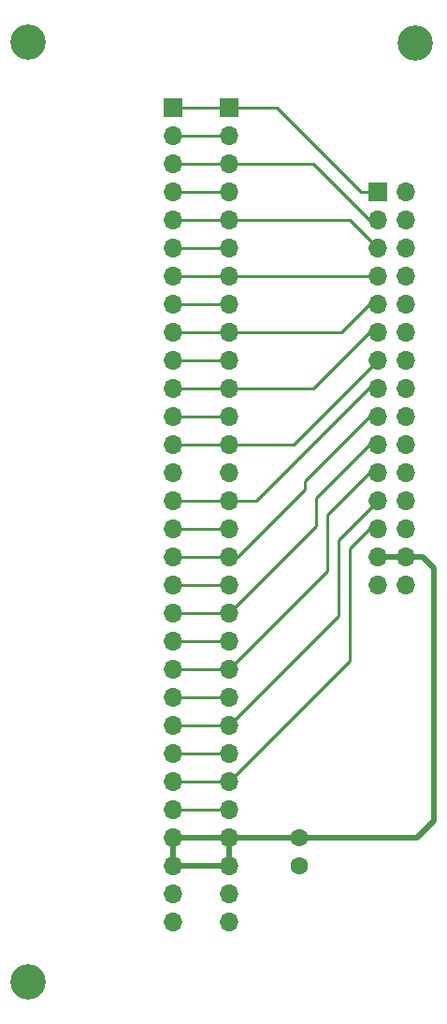
<source format=gbr>
%TF.GenerationSoftware,KiCad,Pcbnew,(5.99.0-7356-g63088e8bdb)*%
%TF.CreationDate,2021-06-15T12:34:33+08:00*%
%TF.ProjectId,AdapterCartdrigeProd,41646170-7465-4724-9361-727464726967,rev?*%
%TF.SameCoordinates,Original*%
%TF.FileFunction,Copper,L1,Top*%
%TF.FilePolarity,Positive*%
%FSLAX46Y46*%
G04 Gerber Fmt 4.6, Leading zero omitted, Abs format (unit mm)*
G04 Created by KiCad (PCBNEW (5.99.0-7356-g63088e8bdb)) date 2021-06-15 12:34:33*
%MOMM*%
%LPD*%
G01*
G04 APERTURE LIST*
%TA.AperFunction,ComponentPad*%
%ADD10C,3.200000*%
%TD*%
%TA.AperFunction,ComponentPad*%
%ADD11R,1.700000X1.700000*%
%TD*%
%TA.AperFunction,ComponentPad*%
%ADD12O,1.700000X1.700000*%
%TD*%
%TA.AperFunction,ComponentPad*%
%ADD13C,1.600000*%
%TD*%
%TA.AperFunction,Conductor*%
%ADD14C,0.500000*%
%TD*%
%TA.AperFunction,Conductor*%
%ADD15C,0.250000*%
%TD*%
G04 APERTURE END LIST*
D10*
%TO.P,H3,1,1*%
%TO.N,GND*%
X129000000Y-37100000D03*
%TD*%
%TO.P,H2,*%
%TO.N,GND*%
X94000000Y-122000000D03*
%TD*%
D11*
%TO.P,J1,1,Pin_1*%
%TO.N,/A14*%
X125603000Y-50546000D03*
D12*
%TO.P,J1,2,Pin_2*%
%TO.N,/A12*%
X128143000Y-50546000D03*
%TO.P,J1,3,Pin_3*%
%TO.N,/A7*%
X125603000Y-53086000D03*
%TO.P,J1,4,Pin_4*%
%TO.N,/A6*%
X128143000Y-53086000D03*
%TO.P,J1,5,Pin_5*%
%TO.N,/A5*%
X125603000Y-55626000D03*
%TO.P,J1,6,Pin_6*%
%TO.N,/A4*%
X128143000Y-55626000D03*
%TO.P,J1,7,Pin_7*%
%TO.N,/A3*%
X125603000Y-58166000D03*
%TO.P,J1,8,Pin_8*%
%TO.N,/A2*%
X128143000Y-58166000D03*
%TO.P,J1,9,Pin_9*%
%TO.N,/A1*%
X125603000Y-60706000D03*
%TO.P,J1,10,Pin_10*%
%TO.N,/A0*%
X128143000Y-60706000D03*
%TO.P,J1,11,Pin_11*%
%TO.N,/D0*%
X125603000Y-63246000D03*
%TO.P,J1,12,Pin_12*%
%TO.N,/D1*%
X128143000Y-63246000D03*
%TO.P,J1,13,Pin_13*%
%TO.N,/D2*%
X125603000Y-65786000D03*
%TO.P,J1,14,Pin_14*%
%TO.N,GND*%
X128143000Y-65786000D03*
%TO.P,J1,15,Pin_15*%
%TO.N,/D3*%
X125603000Y-68326000D03*
%TO.P,J1,16,Pin_16*%
%TO.N,/D4*%
X128143000Y-68326000D03*
%TO.P,J1,17,Pin_17*%
%TO.N,/D5*%
X125603000Y-70866000D03*
%TO.P,J1,18,Pin_18*%
%TO.N,/D6*%
X128143000Y-70866000D03*
%TO.P,J1,19,Pin_19*%
%TO.N,/D7*%
X125603000Y-73406000D03*
%TO.P,J1,20,Pin_20*%
%TO.N,CS*%
X128143000Y-73406000D03*
%TO.P,J1,21,Pin_21*%
%TO.N,/A10*%
X125603000Y-75946000D03*
%TO.P,J1,22,Pin_22*%
%TO.N,OE*%
X128143000Y-75946000D03*
%TO.P,J1,23,Pin_23*%
%TO.N,/A11*%
X125603000Y-78486000D03*
%TO.P,J1,24,Pin_24*%
%TO.N,/A9*%
X128143000Y-78486000D03*
%TO.P,J1,25,Pin_25*%
%TO.N,/A8*%
X125603000Y-81026000D03*
%TO.P,J1,26,Pin_26*%
%TO.N,/A13*%
X128143000Y-81026000D03*
%TO.P,J1,27,Pin_27*%
%TO.N,+5V*%
X125603000Y-83566000D03*
%TO.P,J1,28,Pin_28*%
X128143000Y-83566000D03*
%TO.P,J1,29,Pin_29*%
%TO.N,GND*%
X125603000Y-86106000D03*
%TO.P,J1,30,Pin_30*%
X128143000Y-86106000D03*
%TD*%
D10*
%TO.P,H1,*%
%TO.N,GND*%
X94000000Y-37000000D03*
%TD*%
D13*
%TO.P,C1,1*%
%TO.N,+5V*%
X118553798Y-108966000D03*
%TO.P,C1,2*%
%TO.N,GND*%
X118553798Y-111466000D03*
%TD*%
D11*
%TO.P,U1,1,A14*%
%TO.N,/A14*%
X112141000Y-42926000D03*
X107061000Y-42926000D03*
D12*
%TO.P,U1,2,A12*%
%TO.N,/A12*%
X107061000Y-45466000D03*
X112141000Y-45466000D03*
%TO.P,U1,3,A7*%
%TO.N,/A7*%
X112141000Y-48006000D03*
X107061000Y-48006000D03*
%TO.P,U1,4,A6*%
%TO.N,/A6*%
X112141000Y-50546000D03*
X107061000Y-50546000D03*
%TO.P,U1,5,A5*%
%TO.N,/A5*%
X107061000Y-53086000D03*
X112141000Y-53086000D03*
%TO.P,U1,6,A4*%
%TO.N,/A4*%
X107061000Y-55626000D03*
X112141000Y-55626000D03*
%TO.P,U1,7,A3*%
%TO.N,/A3*%
X107061000Y-58166000D03*
X112141000Y-58166000D03*
%TO.P,U1,8,A2*%
%TO.N,/A2*%
X107061000Y-60706000D03*
X112141000Y-60706000D03*
%TO.P,U1,9,A1*%
%TO.N,/A1*%
X107061000Y-63246000D03*
X112141000Y-63246000D03*
%TO.P,U1,10,A0*%
%TO.N,/A0*%
X107061000Y-65786000D03*
X112141000Y-65786000D03*
%TO.P,U1,11,D0*%
%TO.N,/D0*%
X107061000Y-68326000D03*
X112141000Y-68326000D03*
%TO.P,U1,12,D1*%
%TO.N,/D1*%
X112141000Y-70866000D03*
X107061000Y-70866000D03*
%TO.P,U1,13,D2*%
%TO.N,/D2*%
X107061000Y-73406000D03*
X112141000Y-73406000D03*
%TO.P,U1,14,GND*%
%TO.N,GND*%
X107061000Y-75946000D03*
X112141000Y-75946000D03*
%TO.P,U1,15,D3*%
%TO.N,/D3*%
X112141000Y-78486000D03*
X107061000Y-78486000D03*
%TO.P,U1,16,D4*%
%TO.N,/D4*%
X112141000Y-81026000D03*
X107061000Y-81026000D03*
%TO.P,U1,17,D5*%
%TO.N,/D5*%
X107061000Y-83566000D03*
X112141000Y-83566000D03*
%TO.P,U1,18,D6*%
%TO.N,/D6*%
X112141000Y-86106000D03*
X107061000Y-86106000D03*
%TO.P,U1,19,D7*%
%TO.N,/D7*%
X112141000Y-88646000D03*
X107061000Y-88646000D03*
%TO.P,U1,20,~CS*%
%TO.N,CS*%
X107061000Y-91186000D03*
X112141000Y-91186000D03*
%TO.P,U1,21,A10*%
%TO.N,/A10*%
X112141000Y-93726000D03*
X107061000Y-93726000D03*
%TO.P,U1,22,~OE*%
%TO.N,OE*%
X107061000Y-96266000D03*
X112141000Y-96266000D03*
%TO.P,U1,23,A11*%
%TO.N,/A11*%
X107061000Y-98806000D03*
X112141000Y-98806000D03*
%TO.P,U1,24,A9*%
%TO.N,/A9*%
X107061000Y-101346000D03*
X112141000Y-101346000D03*
%TO.P,U1,25,A8*%
%TO.N,/A8*%
X107061000Y-103886000D03*
X112141000Y-103886000D03*
%TO.P,U1,26,A13*%
%TO.N,/A13*%
X107061000Y-106426000D03*
X112141000Y-106426000D03*
%TO.P,U1,27,~WE*%
%TO.N,+5V*%
X107061000Y-108966000D03*
X112141000Y-108966000D03*
%TO.P,U1,28,VCC*%
X107061000Y-111506000D03*
X112141000Y-111506000D03*
%TO.P,U1,29*%
%TO.N,GND*%
X112141000Y-114046000D03*
X107061000Y-114046000D03*
%TO.P,U1,30*%
X107061000Y-116586000D03*
X112141000Y-116586000D03*
%TD*%
D14*
%TO.N,+5V*%
X128143000Y-83566000D02*
X125603000Y-83566000D01*
X129159000Y-108966000D02*
X112141000Y-108966000D01*
X129667000Y-83566000D02*
X130683000Y-84582000D01*
X107061000Y-111506000D02*
X112141000Y-111506000D01*
X107061000Y-108966000D02*
X107061000Y-111506000D01*
X130683000Y-84582000D02*
X130683000Y-107442000D01*
X130683000Y-107442000D02*
X129159000Y-108966000D01*
X112141000Y-108966000D02*
X112141000Y-111506000D01*
X107061000Y-108966000D02*
X112141000Y-108966000D01*
X128143000Y-83566000D02*
X129667000Y-83566000D01*
D15*
%TO.N,/A13*%
X107061000Y-106426000D02*
X112141000Y-106426000D01*
%TO.N,/A8*%
X124841000Y-81026000D02*
X123063000Y-82804000D01*
X112141000Y-103886000D02*
X123063000Y-92964000D01*
X123063000Y-82804000D02*
X123063000Y-92964000D01*
X112141000Y-103886000D02*
X107061000Y-103886000D01*
X125603000Y-81026000D02*
X124841000Y-81026000D01*
%TO.N,/A9*%
X107061000Y-101346000D02*
X112141000Y-101346000D01*
%TO.N,/A11*%
X122047000Y-88900000D02*
X122047000Y-82042000D01*
X112141000Y-98806000D02*
X122047000Y-88900000D01*
X122047000Y-82042000D02*
X125603000Y-78486000D01*
X112141000Y-98806000D02*
X107061000Y-98806000D01*
%TO.N,OE*%
X107061000Y-96266000D02*
X112141000Y-96266000D01*
%TO.N,/A10*%
X121031000Y-79756000D02*
X124841000Y-75946000D01*
X121031000Y-84836000D02*
X121031000Y-79756000D01*
X107061000Y-93726000D02*
X112141000Y-93726000D01*
X112141000Y-93726000D02*
X121031000Y-84836000D01*
X124841000Y-75946000D02*
X125603000Y-75946000D01*
%TO.N,CS*%
X107061000Y-91186000D02*
X112141000Y-91186000D01*
%TO.N,/D7*%
X120015000Y-78232000D02*
X124841000Y-73406000D01*
X120015000Y-80772000D02*
X120015000Y-78232000D01*
X124841000Y-73406000D02*
X125603000Y-73406000D01*
X112141000Y-88646000D02*
X120015000Y-80772000D01*
X107061000Y-88646000D02*
X112141000Y-88646000D01*
%TO.N,/D6*%
X107061000Y-86106000D02*
X112141000Y-86106000D01*
%TO.N,/D5*%
X118999000Y-76708000D02*
X124841000Y-70866000D01*
X112903000Y-83566000D02*
X118999000Y-77470000D01*
X118999000Y-77470000D02*
X118999000Y-76708000D01*
X124841000Y-70866000D02*
X125603000Y-70866000D01*
X107061000Y-83566000D02*
X112141000Y-83566000D01*
X112141000Y-83566000D02*
X112903000Y-83566000D01*
%TO.N,/D4*%
X107061000Y-81026000D02*
X112141000Y-81026000D01*
%TO.N,/D3*%
X124777500Y-68326000D02*
X125603000Y-68326000D01*
X107061000Y-78486000D02*
X112141000Y-78486000D01*
X112141000Y-78486000D02*
X114617500Y-78486000D01*
X114617500Y-78486000D02*
X124777500Y-68326000D01*
%TO.N,/D2*%
X112141000Y-73406000D02*
X117983000Y-73406000D01*
X117983000Y-73406000D02*
X125603000Y-65786000D01*
X107061000Y-73406000D02*
X112141000Y-73406000D01*
%TO.N,/D1*%
X107061000Y-70866000D02*
X112141000Y-70866000D01*
%TO.N,/D0*%
X112141000Y-68326000D02*
X119761000Y-68326000D01*
X107061000Y-68326000D02*
X112141000Y-68326000D01*
X119761000Y-68326000D02*
X124841000Y-63246000D01*
X124841000Y-63246000D02*
X125603000Y-63246000D01*
%TO.N,/A0*%
X107061000Y-65786000D02*
X112141000Y-65786000D01*
%TO.N,/A1*%
X107061000Y-63246000D02*
X112141000Y-63246000D01*
X112141000Y-63246000D02*
X122301000Y-63246000D01*
X124841000Y-60706000D02*
X125603000Y-60706000D01*
X122301000Y-63246000D02*
X124841000Y-60706000D01*
%TO.N,/A2*%
X107061000Y-60706000D02*
X112141000Y-60706000D01*
%TO.N,/A3*%
X107061000Y-58166000D02*
X112141000Y-58166000D01*
X112141000Y-58166000D02*
X125603000Y-58166000D01*
%TO.N,/A4*%
X107061000Y-55626000D02*
X112141000Y-55626000D01*
%TO.N,/A5*%
X123063000Y-53086000D02*
X125603000Y-55626000D01*
X107061000Y-53086000D02*
X112141000Y-53086000D01*
X112141000Y-53086000D02*
X123063000Y-53086000D01*
%TO.N,/A6*%
X107061000Y-50546000D02*
X112141000Y-50546000D01*
%TO.N,/A7*%
X112141000Y-48006000D02*
X119761000Y-48006000D01*
X119761000Y-48006000D02*
X124841000Y-53086000D01*
X124841000Y-53086000D02*
X125603000Y-53086000D01*
X107061000Y-48006000D02*
X112141000Y-48006000D01*
%TO.N,/A12*%
X107061000Y-45466000D02*
X112141000Y-45466000D01*
%TO.N,/A14*%
X107061000Y-42926000D02*
X112141000Y-42926000D01*
X112141000Y-42926000D02*
X116459000Y-42926000D01*
X124079000Y-50546000D02*
X125603000Y-50546000D01*
X116459000Y-42926000D02*
X124079000Y-50546000D01*
%TD*%
M02*

</source>
